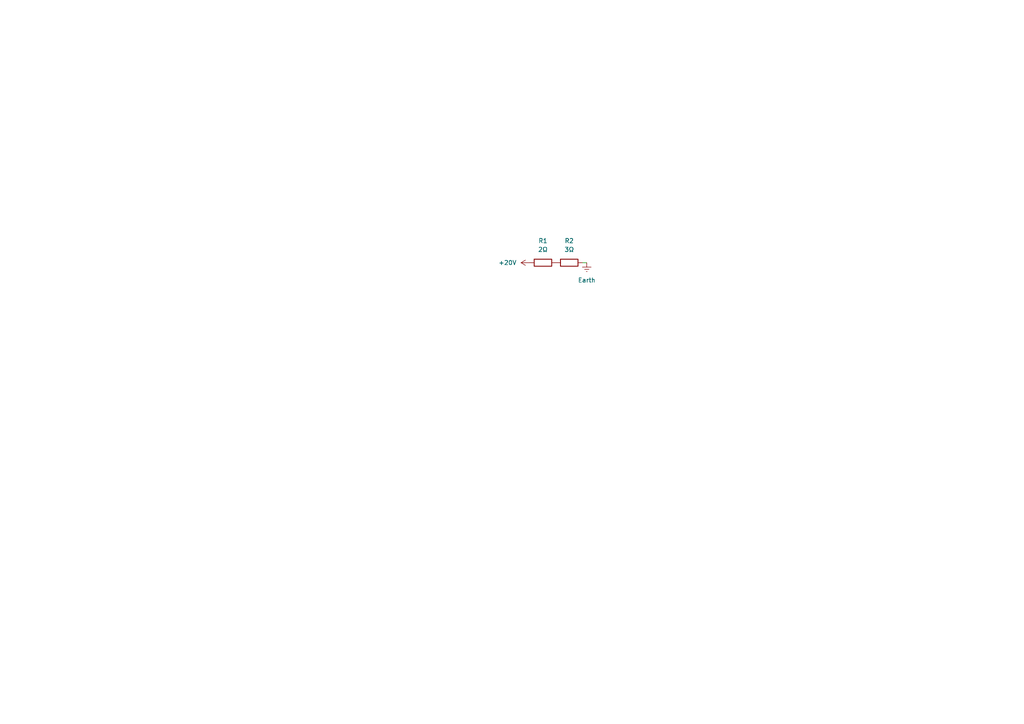
<source format=kicad_sch>
(kicad_sch (version 20231120) (generator "eeschema") (generator_version "8.0")
  (paper "A4")
  (lib_symbols
    (symbol "Device:R" (pin_numbers hide) (pin_names (offset 0))
      (property "Reference" "R" (at 2.032 0 90))
      (property "Value" "R" (at 0 0 90))
      (symbol "R_0_1"
        (rectangle (start -1.016 -2.54) (end 1.016 2.54) (stroke (width 0.254)))
      )
      (symbol "R_1_1"
        (pin passive line (at 0 3.81 270) (length 1.27) (name "~") (number "1"))
        (pin passive line (at 0 -3.81 90) (length 1.27) (name "~") (number "2"))
      )
    )
    (symbol "power:+15V" (power) (pin_numbers hide) (pin_names (offset 0) hide)
      (property "Value" "+15V" (at 0 3.556 0))
      (symbol "+15V_0_1"
        (polyline (pts (xy -0.762 1.27) (xy 0 2.54)))
        (polyline (pts (xy 0 0) (xy 0 2.54)))
        (polyline (pts (xy 0 2.54) (xy 0.762 1.27)))
      )
      (symbol "+15V_1_1"
        (pin power_in line (at 0 0 90) (length 0) (name "~") (number "1"))
      )
    )
    (symbol "power:Earth" (power) (pin_numbers hide) (pin_names (offset 0) hide)
      (property "Value" "Earth" (at 0 -3.81 0))
      (symbol "Earth_0_1"
        (polyline (pts (xy -0.635 -1.905) (xy 0.635 -1.905)))
        (polyline (pts (xy -0.127 -2.54) (xy 0.127 -2.54)))
        (polyline (pts (xy 0 -1.27) (xy 0 0)))
        (polyline (pts (xy 1.27 -1.27) (xy -1.27 -1.27)))
      )
      (symbol "Earth_1_1"
        (pin power_in line (at 0 0 270) (length 0) (name "~") (number "1"))
      )
    )
  )
  (wire (pts (xy 170.18 76.2) (xy 168.91 76.2)))
  (symbol (lib_id "power:+15V") (at 153.67 76.2 90) (unit 1)
    (property "Reference" "#PWR01" (effects (hide yes)))
    (property "Value" "+20V" (at 149.86 76.1999 90) (effects (justify left)))
    (property "Description" "Power symbol creates a global label with name \"+15V\"" (effects (hide yes)))
  )
  (symbol (lib_id "Device:R") (at 165.1 76.2 90) (unit 1)
    (property "Reference" "R2" (at 165.1 69.85 90))
    (property "Value" "3Ω" (at 165.1 72.39 90))
    (property "Description" "Resistor" (effects (hide yes)))
  )
  (symbol (lib_id "power:Earth") (at 170.18 76.2 0) (unit 1)
    (property "Reference" "#PWR02" (effects (hide yes)))
    (property "Value" "Earth" (at 170.18 81.28 0))
    (property "Description" "Power symbol creates a global label with name \"Earth\"" (effects (hide yes)))
  )
  (symbol (lib_id "Device:R") (at 157.48 76.2 270) (unit 1)
    (property "Reference" "R1" (at 157.48 69.85 90))
    (property "Value" "2Ω" (at 157.48 72.39 90))
    (property "Description" "Resistor" (effects (hide yes)))
  )
)
</source>
